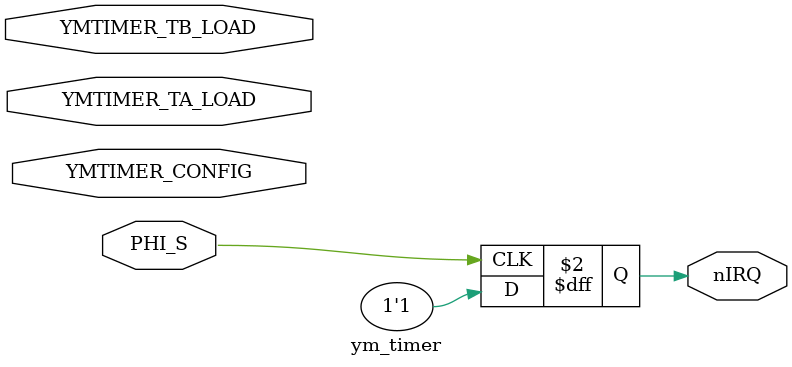
<source format=v>
`timescale 1ns/1ns

module ym_timer(
	input PHI_S,
	input [9:0] YMTIMER_TA_LOAD,
	input [7:0] YMTIMER_TB_LOAD,
	input [7:0] YMTIMER_CONFIG,
	output reg nIRQ
);

	always @(posedge PHI_S)		// posedge ?
	begin
		nIRQ <= 1'b1;	// Todo
	end
	
endmodule

</source>
